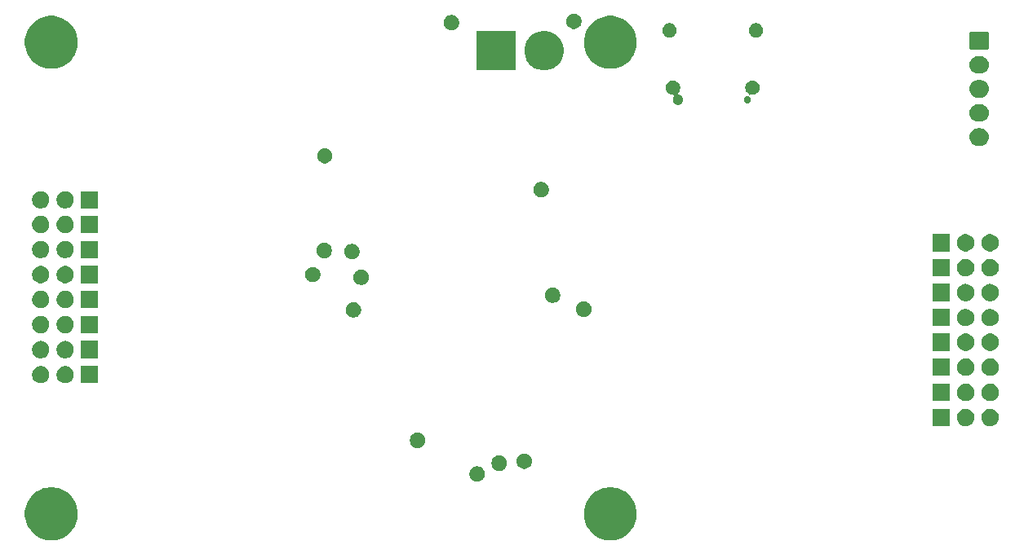
<source format=gbr>
G04 #@! TF.GenerationSoftware,KiCad,Pcbnew,5.1.5-52549c5~84~ubuntu18.04.1*
G04 #@! TF.CreationDate,2019-12-21T18:01:41-05:00*
G04 #@! TF.ProjectId,SmallKat v2,536d616c-6c4b-4617-9420-76322e6b6963,rev?*
G04 #@! TF.SameCoordinates,Original*
G04 #@! TF.FileFunction,Soldermask,Bot*
G04 #@! TF.FilePolarity,Negative*
%FSLAX46Y46*%
G04 Gerber Fmt 4.6, Leading zero omitted, Abs format (unit mm)*
G04 Created by KiCad (PCBNEW 5.1.5-52549c5~84~ubuntu18.04.1) date 2019-12-21 18:01:41*
%MOMM*%
%LPD*%
G04 APERTURE LIST*
%ADD10C,0.100000*%
G04 APERTURE END LIST*
D10*
G36*
X161096693Y-136796859D02*
G01*
X161362437Y-136849719D01*
X161863087Y-137057095D01*
X162043561Y-137177684D01*
X162313660Y-137358158D01*
X162696842Y-137741340D01*
X162877316Y-138011439D01*
X162997905Y-138191913D01*
X163131363Y-138514109D01*
X163205281Y-138692564D01*
X163311000Y-139224049D01*
X163311000Y-139765951D01*
X163275186Y-139946000D01*
X163205281Y-140297437D01*
X162997905Y-140798087D01*
X162941521Y-140882471D01*
X162696842Y-141248660D01*
X162313660Y-141631842D01*
X162050774Y-141807496D01*
X161863087Y-141932905D01*
X161362437Y-142140281D01*
X161096694Y-142193140D01*
X160830951Y-142246000D01*
X160289049Y-142246000D01*
X160023306Y-142193140D01*
X159757563Y-142140281D01*
X159256913Y-141932905D01*
X159069226Y-141807496D01*
X158806340Y-141631842D01*
X158423158Y-141248660D01*
X158178479Y-140882471D01*
X158122095Y-140798087D01*
X157914719Y-140297437D01*
X157844814Y-139946000D01*
X157809000Y-139765951D01*
X157809000Y-139224049D01*
X157914719Y-138692564D01*
X157988637Y-138514109D01*
X158122095Y-138191913D01*
X158242684Y-138011439D01*
X158423158Y-137741340D01*
X158806340Y-137358158D01*
X159076439Y-137177684D01*
X159256913Y-137057095D01*
X159757563Y-136849719D01*
X160023307Y-136796859D01*
X160289049Y-136744000D01*
X160830951Y-136744000D01*
X161096693Y-136796859D01*
G37*
G36*
X103096693Y-136796859D02*
G01*
X103362437Y-136849719D01*
X103863087Y-137057095D01*
X104043561Y-137177684D01*
X104313660Y-137358158D01*
X104696842Y-137741340D01*
X104877316Y-138011439D01*
X104997905Y-138191913D01*
X105131363Y-138514109D01*
X105205281Y-138692564D01*
X105311000Y-139224049D01*
X105311000Y-139765951D01*
X105275186Y-139946000D01*
X105205281Y-140297437D01*
X104997905Y-140798087D01*
X104941521Y-140882471D01*
X104696842Y-141248660D01*
X104313660Y-141631842D01*
X104050774Y-141807496D01*
X103863087Y-141932905D01*
X103362437Y-142140281D01*
X103096694Y-142193140D01*
X102830951Y-142246000D01*
X102289049Y-142246000D01*
X102023306Y-142193140D01*
X101757563Y-142140281D01*
X101256913Y-141932905D01*
X101069226Y-141807496D01*
X100806340Y-141631842D01*
X100423158Y-141248660D01*
X100178479Y-140882471D01*
X100122095Y-140798087D01*
X99914719Y-140297437D01*
X99844814Y-139946000D01*
X99809000Y-139765951D01*
X99809000Y-139224049D01*
X99914719Y-138692564D01*
X99988637Y-138514109D01*
X100122095Y-138191913D01*
X100242684Y-138011439D01*
X100423158Y-137741340D01*
X100806340Y-137358158D01*
X101076439Y-137177684D01*
X101256913Y-137057095D01*
X101757563Y-136849719D01*
X102023307Y-136796859D01*
X102289049Y-136744000D01*
X102830951Y-136744000D01*
X103096693Y-136796859D01*
G37*
G36*
X146958642Y-134579781D02*
G01*
X147104414Y-134640162D01*
X147104416Y-134640163D01*
X147235608Y-134727822D01*
X147347178Y-134839392D01*
X147410952Y-134934838D01*
X147434838Y-134970586D01*
X147495219Y-135116358D01*
X147526000Y-135271107D01*
X147526000Y-135428893D01*
X147495219Y-135583642D01*
X147434838Y-135729414D01*
X147434837Y-135729416D01*
X147347178Y-135860608D01*
X147235608Y-135972178D01*
X147104416Y-136059837D01*
X147104415Y-136059838D01*
X147104414Y-136059838D01*
X146958642Y-136120219D01*
X146803893Y-136151000D01*
X146646107Y-136151000D01*
X146491358Y-136120219D01*
X146345586Y-136059838D01*
X146345585Y-136059838D01*
X146345584Y-136059837D01*
X146214392Y-135972178D01*
X146102822Y-135860608D01*
X146015163Y-135729416D01*
X146015162Y-135729414D01*
X145954781Y-135583642D01*
X145924000Y-135428893D01*
X145924000Y-135271107D01*
X145954781Y-135116358D01*
X146015162Y-134970586D01*
X146039048Y-134934838D01*
X146102822Y-134839392D01*
X146214392Y-134727822D01*
X146345584Y-134640163D01*
X146345586Y-134640162D01*
X146491358Y-134579781D01*
X146646107Y-134549000D01*
X146803893Y-134549000D01*
X146958642Y-134579781D01*
G37*
G36*
X149258642Y-133454781D02*
G01*
X149402555Y-133514392D01*
X149404416Y-133515163D01*
X149535608Y-133602822D01*
X149647178Y-133714392D01*
X149734837Y-133845584D01*
X149734838Y-133845586D01*
X149795219Y-133991358D01*
X149826000Y-134146107D01*
X149826000Y-134303893D01*
X149795219Y-134458642D01*
X149757791Y-134549000D01*
X149734837Y-134604416D01*
X149647178Y-134735608D01*
X149535608Y-134847178D01*
X149404416Y-134934837D01*
X149404415Y-134934838D01*
X149404414Y-134934838D01*
X149258642Y-134995219D01*
X149103893Y-135026000D01*
X148946107Y-135026000D01*
X148791358Y-134995219D01*
X148645586Y-134934838D01*
X148645585Y-134934838D01*
X148645584Y-134934837D01*
X148514392Y-134847178D01*
X148402822Y-134735608D01*
X148315163Y-134604416D01*
X148292209Y-134549000D01*
X148254781Y-134458642D01*
X148224000Y-134303893D01*
X148224000Y-134146107D01*
X148254781Y-133991358D01*
X148315162Y-133845586D01*
X148315163Y-133845584D01*
X148402822Y-133714392D01*
X148514392Y-133602822D01*
X148645584Y-133515163D01*
X148647445Y-133514392D01*
X148791358Y-133454781D01*
X148946107Y-133424000D01*
X149103893Y-133424000D01*
X149258642Y-133454781D01*
G37*
G36*
X151858642Y-133254781D02*
G01*
X152004414Y-133315162D01*
X152004416Y-133315163D01*
X152135608Y-133402822D01*
X152247178Y-133514392D01*
X152334837Y-133645584D01*
X152334838Y-133645586D01*
X152395219Y-133791358D01*
X152426000Y-133946107D01*
X152426000Y-134103893D01*
X152395219Y-134258642D01*
X152376475Y-134303893D01*
X152334837Y-134404416D01*
X152247178Y-134535608D01*
X152135608Y-134647178D01*
X152004416Y-134734837D01*
X152004415Y-134734838D01*
X152004414Y-134734838D01*
X151858642Y-134795219D01*
X151703893Y-134826000D01*
X151546107Y-134826000D01*
X151391358Y-134795219D01*
X151245586Y-134734838D01*
X151245585Y-134734838D01*
X151245584Y-134734837D01*
X151114392Y-134647178D01*
X151002822Y-134535608D01*
X150915163Y-134404416D01*
X150873525Y-134303893D01*
X150854781Y-134258642D01*
X150824000Y-134103893D01*
X150824000Y-133946107D01*
X150854781Y-133791358D01*
X150915162Y-133645586D01*
X150915163Y-133645584D01*
X151002822Y-133514392D01*
X151114392Y-133402822D01*
X151245584Y-133315163D01*
X151245586Y-133315162D01*
X151391358Y-133254781D01*
X151546107Y-133224000D01*
X151703893Y-133224000D01*
X151858642Y-133254781D01*
G37*
G36*
X140783642Y-131079781D02*
G01*
X140929414Y-131140162D01*
X140929416Y-131140163D01*
X141060608Y-131227822D01*
X141172178Y-131339392D01*
X141259837Y-131470584D01*
X141259838Y-131470586D01*
X141320219Y-131616358D01*
X141351000Y-131771107D01*
X141351000Y-131928893D01*
X141320219Y-132083642D01*
X141259838Y-132229414D01*
X141259837Y-132229416D01*
X141172178Y-132360608D01*
X141060608Y-132472178D01*
X140929416Y-132559837D01*
X140929415Y-132559838D01*
X140929414Y-132559838D01*
X140783642Y-132620219D01*
X140628893Y-132651000D01*
X140471107Y-132651000D01*
X140316358Y-132620219D01*
X140170586Y-132559838D01*
X140170585Y-132559838D01*
X140170584Y-132559837D01*
X140039392Y-132472178D01*
X139927822Y-132360608D01*
X139840163Y-132229416D01*
X139840162Y-132229414D01*
X139779781Y-132083642D01*
X139749000Y-131928893D01*
X139749000Y-131771107D01*
X139779781Y-131616358D01*
X139840162Y-131470586D01*
X139840163Y-131470584D01*
X139927822Y-131339392D01*
X140039392Y-131227822D01*
X140170584Y-131140163D01*
X140170586Y-131140162D01*
X140316358Y-131079781D01*
X140471107Y-131049000D01*
X140628893Y-131049000D01*
X140783642Y-131079781D01*
G37*
G36*
X200068512Y-128578927D02*
G01*
X200217812Y-128608624D01*
X200381784Y-128676544D01*
X200529354Y-128775147D01*
X200654853Y-128900646D01*
X200753456Y-129048216D01*
X200821376Y-129212188D01*
X200856000Y-129386259D01*
X200856000Y-129563741D01*
X200821376Y-129737812D01*
X200753456Y-129901784D01*
X200654853Y-130049354D01*
X200529354Y-130174853D01*
X200381784Y-130273456D01*
X200217812Y-130341376D01*
X200068512Y-130371073D01*
X200043742Y-130376000D01*
X199866258Y-130376000D01*
X199841488Y-130371073D01*
X199692188Y-130341376D01*
X199528216Y-130273456D01*
X199380646Y-130174853D01*
X199255147Y-130049354D01*
X199156544Y-129901784D01*
X199088624Y-129737812D01*
X199054000Y-129563741D01*
X199054000Y-129386259D01*
X199088624Y-129212188D01*
X199156544Y-129048216D01*
X199255147Y-128900646D01*
X199380646Y-128775147D01*
X199528216Y-128676544D01*
X199692188Y-128608624D01*
X199841488Y-128578927D01*
X199866258Y-128574000D01*
X200043742Y-128574000D01*
X200068512Y-128578927D01*
G37*
G36*
X197528512Y-128578927D02*
G01*
X197677812Y-128608624D01*
X197841784Y-128676544D01*
X197989354Y-128775147D01*
X198114853Y-128900646D01*
X198213456Y-129048216D01*
X198281376Y-129212188D01*
X198316000Y-129386259D01*
X198316000Y-129563741D01*
X198281376Y-129737812D01*
X198213456Y-129901784D01*
X198114853Y-130049354D01*
X197989354Y-130174853D01*
X197841784Y-130273456D01*
X197677812Y-130341376D01*
X197528512Y-130371073D01*
X197503742Y-130376000D01*
X197326258Y-130376000D01*
X197301488Y-130371073D01*
X197152188Y-130341376D01*
X196988216Y-130273456D01*
X196840646Y-130174853D01*
X196715147Y-130049354D01*
X196616544Y-129901784D01*
X196548624Y-129737812D01*
X196514000Y-129563741D01*
X196514000Y-129386259D01*
X196548624Y-129212188D01*
X196616544Y-129048216D01*
X196715147Y-128900646D01*
X196840646Y-128775147D01*
X196988216Y-128676544D01*
X197152188Y-128608624D01*
X197301488Y-128578927D01*
X197326258Y-128574000D01*
X197503742Y-128574000D01*
X197528512Y-128578927D01*
G37*
G36*
X195776000Y-130376000D02*
G01*
X193974000Y-130376000D01*
X193974000Y-128574000D01*
X195776000Y-128574000D01*
X195776000Y-130376000D01*
G37*
G36*
X200093512Y-125978927D02*
G01*
X200242812Y-126008624D01*
X200406784Y-126076544D01*
X200554354Y-126175147D01*
X200679853Y-126300646D01*
X200778456Y-126448216D01*
X200846376Y-126612188D01*
X200881000Y-126786259D01*
X200881000Y-126963741D01*
X200846376Y-127137812D01*
X200778456Y-127301784D01*
X200679853Y-127449354D01*
X200554354Y-127574853D01*
X200406784Y-127673456D01*
X200242812Y-127741376D01*
X200093512Y-127771073D01*
X200068742Y-127776000D01*
X199891258Y-127776000D01*
X199866488Y-127771073D01*
X199717188Y-127741376D01*
X199553216Y-127673456D01*
X199405646Y-127574853D01*
X199280147Y-127449354D01*
X199181544Y-127301784D01*
X199113624Y-127137812D01*
X199079000Y-126963741D01*
X199079000Y-126786259D01*
X199113624Y-126612188D01*
X199181544Y-126448216D01*
X199280147Y-126300646D01*
X199405646Y-126175147D01*
X199553216Y-126076544D01*
X199717188Y-126008624D01*
X199866488Y-125978927D01*
X199891258Y-125974000D01*
X200068742Y-125974000D01*
X200093512Y-125978927D01*
G37*
G36*
X197553512Y-125978927D02*
G01*
X197702812Y-126008624D01*
X197866784Y-126076544D01*
X198014354Y-126175147D01*
X198139853Y-126300646D01*
X198238456Y-126448216D01*
X198306376Y-126612188D01*
X198341000Y-126786259D01*
X198341000Y-126963741D01*
X198306376Y-127137812D01*
X198238456Y-127301784D01*
X198139853Y-127449354D01*
X198014354Y-127574853D01*
X197866784Y-127673456D01*
X197702812Y-127741376D01*
X197553512Y-127771073D01*
X197528742Y-127776000D01*
X197351258Y-127776000D01*
X197326488Y-127771073D01*
X197177188Y-127741376D01*
X197013216Y-127673456D01*
X196865646Y-127574853D01*
X196740147Y-127449354D01*
X196641544Y-127301784D01*
X196573624Y-127137812D01*
X196539000Y-126963741D01*
X196539000Y-126786259D01*
X196573624Y-126612188D01*
X196641544Y-126448216D01*
X196740147Y-126300646D01*
X196865646Y-126175147D01*
X197013216Y-126076544D01*
X197177188Y-126008624D01*
X197326488Y-125978927D01*
X197351258Y-125974000D01*
X197528742Y-125974000D01*
X197553512Y-125978927D01*
G37*
G36*
X195801000Y-127776000D02*
G01*
X193999000Y-127776000D01*
X193999000Y-125974000D01*
X195801000Y-125974000D01*
X195801000Y-127776000D01*
G37*
G36*
X107426000Y-125926000D02*
G01*
X105624000Y-125926000D01*
X105624000Y-124124000D01*
X107426000Y-124124000D01*
X107426000Y-125926000D01*
G37*
G36*
X101558512Y-124128927D02*
G01*
X101707812Y-124158624D01*
X101871784Y-124226544D01*
X102019354Y-124325147D01*
X102144853Y-124450646D01*
X102243456Y-124598216D01*
X102311376Y-124762188D01*
X102346000Y-124936259D01*
X102346000Y-125113741D01*
X102311376Y-125287812D01*
X102243456Y-125451784D01*
X102144853Y-125599354D01*
X102019354Y-125724853D01*
X101871784Y-125823456D01*
X101707812Y-125891376D01*
X101558512Y-125921073D01*
X101533742Y-125926000D01*
X101356258Y-125926000D01*
X101331488Y-125921073D01*
X101182188Y-125891376D01*
X101018216Y-125823456D01*
X100870646Y-125724853D01*
X100745147Y-125599354D01*
X100646544Y-125451784D01*
X100578624Y-125287812D01*
X100544000Y-125113741D01*
X100544000Y-124936259D01*
X100578624Y-124762188D01*
X100646544Y-124598216D01*
X100745147Y-124450646D01*
X100870646Y-124325147D01*
X101018216Y-124226544D01*
X101182188Y-124158624D01*
X101331488Y-124128927D01*
X101356258Y-124124000D01*
X101533742Y-124124000D01*
X101558512Y-124128927D01*
G37*
G36*
X104098512Y-124128927D02*
G01*
X104247812Y-124158624D01*
X104411784Y-124226544D01*
X104559354Y-124325147D01*
X104684853Y-124450646D01*
X104783456Y-124598216D01*
X104851376Y-124762188D01*
X104886000Y-124936259D01*
X104886000Y-125113741D01*
X104851376Y-125287812D01*
X104783456Y-125451784D01*
X104684853Y-125599354D01*
X104559354Y-125724853D01*
X104411784Y-125823456D01*
X104247812Y-125891376D01*
X104098512Y-125921073D01*
X104073742Y-125926000D01*
X103896258Y-125926000D01*
X103871488Y-125921073D01*
X103722188Y-125891376D01*
X103558216Y-125823456D01*
X103410646Y-125724853D01*
X103285147Y-125599354D01*
X103186544Y-125451784D01*
X103118624Y-125287812D01*
X103084000Y-125113741D01*
X103084000Y-124936259D01*
X103118624Y-124762188D01*
X103186544Y-124598216D01*
X103285147Y-124450646D01*
X103410646Y-124325147D01*
X103558216Y-124226544D01*
X103722188Y-124158624D01*
X103871488Y-124128927D01*
X103896258Y-124124000D01*
X104073742Y-124124000D01*
X104098512Y-124128927D01*
G37*
G36*
X200093512Y-123353927D02*
G01*
X200242812Y-123383624D01*
X200406784Y-123451544D01*
X200554354Y-123550147D01*
X200679853Y-123675646D01*
X200778456Y-123823216D01*
X200846376Y-123987188D01*
X200881000Y-124161259D01*
X200881000Y-124338741D01*
X200846376Y-124512812D01*
X200778456Y-124676784D01*
X200679853Y-124824354D01*
X200554354Y-124949853D01*
X200406784Y-125048456D01*
X200242812Y-125116376D01*
X200093512Y-125146073D01*
X200068742Y-125151000D01*
X199891258Y-125151000D01*
X199866488Y-125146073D01*
X199717188Y-125116376D01*
X199553216Y-125048456D01*
X199405646Y-124949853D01*
X199280147Y-124824354D01*
X199181544Y-124676784D01*
X199113624Y-124512812D01*
X199079000Y-124338741D01*
X199079000Y-124161259D01*
X199113624Y-123987188D01*
X199181544Y-123823216D01*
X199280147Y-123675646D01*
X199405646Y-123550147D01*
X199553216Y-123451544D01*
X199717188Y-123383624D01*
X199866488Y-123353927D01*
X199891258Y-123349000D01*
X200068742Y-123349000D01*
X200093512Y-123353927D01*
G37*
G36*
X195801000Y-125151000D02*
G01*
X193999000Y-125151000D01*
X193999000Y-123349000D01*
X195801000Y-123349000D01*
X195801000Y-125151000D01*
G37*
G36*
X197553512Y-123353927D02*
G01*
X197702812Y-123383624D01*
X197866784Y-123451544D01*
X198014354Y-123550147D01*
X198139853Y-123675646D01*
X198238456Y-123823216D01*
X198306376Y-123987188D01*
X198341000Y-124161259D01*
X198341000Y-124338741D01*
X198306376Y-124512812D01*
X198238456Y-124676784D01*
X198139853Y-124824354D01*
X198014354Y-124949853D01*
X197866784Y-125048456D01*
X197702812Y-125116376D01*
X197553512Y-125146073D01*
X197528742Y-125151000D01*
X197351258Y-125151000D01*
X197326488Y-125146073D01*
X197177188Y-125116376D01*
X197013216Y-125048456D01*
X196865646Y-124949853D01*
X196740147Y-124824354D01*
X196641544Y-124676784D01*
X196573624Y-124512812D01*
X196539000Y-124338741D01*
X196539000Y-124161259D01*
X196573624Y-123987188D01*
X196641544Y-123823216D01*
X196740147Y-123675646D01*
X196865646Y-123550147D01*
X197013216Y-123451544D01*
X197177188Y-123383624D01*
X197326488Y-123353927D01*
X197351258Y-123349000D01*
X197528742Y-123349000D01*
X197553512Y-123353927D01*
G37*
G36*
X107426000Y-123326000D02*
G01*
X105624000Y-123326000D01*
X105624000Y-121524000D01*
X107426000Y-121524000D01*
X107426000Y-123326000D01*
G37*
G36*
X104098512Y-121528927D02*
G01*
X104247812Y-121558624D01*
X104411784Y-121626544D01*
X104559354Y-121725147D01*
X104684853Y-121850646D01*
X104783456Y-121998216D01*
X104851376Y-122162188D01*
X104886000Y-122336259D01*
X104886000Y-122513741D01*
X104851376Y-122687812D01*
X104783456Y-122851784D01*
X104684853Y-122999354D01*
X104559354Y-123124853D01*
X104411784Y-123223456D01*
X104247812Y-123291376D01*
X104098512Y-123321073D01*
X104073742Y-123326000D01*
X103896258Y-123326000D01*
X103871488Y-123321073D01*
X103722188Y-123291376D01*
X103558216Y-123223456D01*
X103410646Y-123124853D01*
X103285147Y-122999354D01*
X103186544Y-122851784D01*
X103118624Y-122687812D01*
X103084000Y-122513741D01*
X103084000Y-122336259D01*
X103118624Y-122162188D01*
X103186544Y-121998216D01*
X103285147Y-121850646D01*
X103410646Y-121725147D01*
X103558216Y-121626544D01*
X103722188Y-121558624D01*
X103871488Y-121528927D01*
X103896258Y-121524000D01*
X104073742Y-121524000D01*
X104098512Y-121528927D01*
G37*
G36*
X101558512Y-121528927D02*
G01*
X101707812Y-121558624D01*
X101871784Y-121626544D01*
X102019354Y-121725147D01*
X102144853Y-121850646D01*
X102243456Y-121998216D01*
X102311376Y-122162188D01*
X102346000Y-122336259D01*
X102346000Y-122513741D01*
X102311376Y-122687812D01*
X102243456Y-122851784D01*
X102144853Y-122999354D01*
X102019354Y-123124853D01*
X101871784Y-123223456D01*
X101707812Y-123291376D01*
X101558512Y-123321073D01*
X101533742Y-123326000D01*
X101356258Y-123326000D01*
X101331488Y-123321073D01*
X101182188Y-123291376D01*
X101018216Y-123223456D01*
X100870646Y-123124853D01*
X100745147Y-122999354D01*
X100646544Y-122851784D01*
X100578624Y-122687812D01*
X100544000Y-122513741D01*
X100544000Y-122336259D01*
X100578624Y-122162188D01*
X100646544Y-121998216D01*
X100745147Y-121850646D01*
X100870646Y-121725147D01*
X101018216Y-121626544D01*
X101182188Y-121558624D01*
X101331488Y-121528927D01*
X101356258Y-121524000D01*
X101533742Y-121524000D01*
X101558512Y-121528927D01*
G37*
G36*
X197548512Y-120753927D02*
G01*
X197697812Y-120783624D01*
X197861784Y-120851544D01*
X198009354Y-120950147D01*
X198134853Y-121075646D01*
X198233456Y-121223216D01*
X198301376Y-121387188D01*
X198336000Y-121561259D01*
X198336000Y-121738741D01*
X198301376Y-121912812D01*
X198233456Y-122076784D01*
X198134853Y-122224354D01*
X198009354Y-122349853D01*
X197861784Y-122448456D01*
X197697812Y-122516376D01*
X197548512Y-122546073D01*
X197523742Y-122551000D01*
X197346258Y-122551000D01*
X197321488Y-122546073D01*
X197172188Y-122516376D01*
X197008216Y-122448456D01*
X196860646Y-122349853D01*
X196735147Y-122224354D01*
X196636544Y-122076784D01*
X196568624Y-121912812D01*
X196534000Y-121738741D01*
X196534000Y-121561259D01*
X196568624Y-121387188D01*
X196636544Y-121223216D01*
X196735147Y-121075646D01*
X196860646Y-120950147D01*
X197008216Y-120851544D01*
X197172188Y-120783624D01*
X197321488Y-120753927D01*
X197346258Y-120749000D01*
X197523742Y-120749000D01*
X197548512Y-120753927D01*
G37*
G36*
X200088512Y-120753927D02*
G01*
X200237812Y-120783624D01*
X200401784Y-120851544D01*
X200549354Y-120950147D01*
X200674853Y-121075646D01*
X200773456Y-121223216D01*
X200841376Y-121387188D01*
X200876000Y-121561259D01*
X200876000Y-121738741D01*
X200841376Y-121912812D01*
X200773456Y-122076784D01*
X200674853Y-122224354D01*
X200549354Y-122349853D01*
X200401784Y-122448456D01*
X200237812Y-122516376D01*
X200088512Y-122546073D01*
X200063742Y-122551000D01*
X199886258Y-122551000D01*
X199861488Y-122546073D01*
X199712188Y-122516376D01*
X199548216Y-122448456D01*
X199400646Y-122349853D01*
X199275147Y-122224354D01*
X199176544Y-122076784D01*
X199108624Y-121912812D01*
X199074000Y-121738741D01*
X199074000Y-121561259D01*
X199108624Y-121387188D01*
X199176544Y-121223216D01*
X199275147Y-121075646D01*
X199400646Y-120950147D01*
X199548216Y-120851544D01*
X199712188Y-120783624D01*
X199861488Y-120753927D01*
X199886258Y-120749000D01*
X200063742Y-120749000D01*
X200088512Y-120753927D01*
G37*
G36*
X195796000Y-122551000D02*
G01*
X193994000Y-122551000D01*
X193994000Y-120749000D01*
X195796000Y-120749000D01*
X195796000Y-122551000D01*
G37*
G36*
X107426000Y-120726000D02*
G01*
X105624000Y-120726000D01*
X105624000Y-118924000D01*
X107426000Y-118924000D01*
X107426000Y-120726000D01*
G37*
G36*
X104098512Y-118928927D02*
G01*
X104247812Y-118958624D01*
X104411784Y-119026544D01*
X104559354Y-119125147D01*
X104684853Y-119250646D01*
X104783456Y-119398216D01*
X104851376Y-119562188D01*
X104886000Y-119736259D01*
X104886000Y-119913741D01*
X104851376Y-120087812D01*
X104783456Y-120251784D01*
X104684853Y-120399354D01*
X104559354Y-120524853D01*
X104411784Y-120623456D01*
X104247812Y-120691376D01*
X104098512Y-120721073D01*
X104073742Y-120726000D01*
X103896258Y-120726000D01*
X103871488Y-120721073D01*
X103722188Y-120691376D01*
X103558216Y-120623456D01*
X103410646Y-120524853D01*
X103285147Y-120399354D01*
X103186544Y-120251784D01*
X103118624Y-120087812D01*
X103084000Y-119913741D01*
X103084000Y-119736259D01*
X103118624Y-119562188D01*
X103186544Y-119398216D01*
X103285147Y-119250646D01*
X103410646Y-119125147D01*
X103558216Y-119026544D01*
X103722188Y-118958624D01*
X103871488Y-118928927D01*
X103896258Y-118924000D01*
X104073742Y-118924000D01*
X104098512Y-118928927D01*
G37*
G36*
X101558512Y-118928927D02*
G01*
X101707812Y-118958624D01*
X101871784Y-119026544D01*
X102019354Y-119125147D01*
X102144853Y-119250646D01*
X102243456Y-119398216D01*
X102311376Y-119562188D01*
X102346000Y-119736259D01*
X102346000Y-119913741D01*
X102311376Y-120087812D01*
X102243456Y-120251784D01*
X102144853Y-120399354D01*
X102019354Y-120524853D01*
X101871784Y-120623456D01*
X101707812Y-120691376D01*
X101558512Y-120721073D01*
X101533742Y-120726000D01*
X101356258Y-120726000D01*
X101331488Y-120721073D01*
X101182188Y-120691376D01*
X101018216Y-120623456D01*
X100870646Y-120524853D01*
X100745147Y-120399354D01*
X100646544Y-120251784D01*
X100578624Y-120087812D01*
X100544000Y-119913741D01*
X100544000Y-119736259D01*
X100578624Y-119562188D01*
X100646544Y-119398216D01*
X100745147Y-119250646D01*
X100870646Y-119125147D01*
X101018216Y-119026544D01*
X101182188Y-118958624D01*
X101331488Y-118928927D01*
X101356258Y-118924000D01*
X101533742Y-118924000D01*
X101558512Y-118928927D01*
G37*
G36*
X195776000Y-120001000D02*
G01*
X193974000Y-120001000D01*
X193974000Y-118199000D01*
X195776000Y-118199000D01*
X195776000Y-120001000D01*
G37*
G36*
X197528512Y-118203927D02*
G01*
X197677812Y-118233624D01*
X197841784Y-118301544D01*
X197989354Y-118400147D01*
X198114853Y-118525646D01*
X198213456Y-118673216D01*
X198281376Y-118837188D01*
X198311073Y-118986488D01*
X198315718Y-119009838D01*
X198316000Y-119011259D01*
X198316000Y-119188741D01*
X198281376Y-119362812D01*
X198213456Y-119526784D01*
X198114853Y-119674354D01*
X197989354Y-119799853D01*
X197841784Y-119898456D01*
X197677812Y-119966376D01*
X197528512Y-119996073D01*
X197503742Y-120001000D01*
X197326258Y-120001000D01*
X197301488Y-119996073D01*
X197152188Y-119966376D01*
X196988216Y-119898456D01*
X196840646Y-119799853D01*
X196715147Y-119674354D01*
X196616544Y-119526784D01*
X196548624Y-119362812D01*
X196514000Y-119188741D01*
X196514000Y-119011259D01*
X196514283Y-119009838D01*
X196518927Y-118986488D01*
X196548624Y-118837188D01*
X196616544Y-118673216D01*
X196715147Y-118525646D01*
X196840646Y-118400147D01*
X196988216Y-118301544D01*
X197152188Y-118233624D01*
X197301488Y-118203927D01*
X197326258Y-118199000D01*
X197503742Y-118199000D01*
X197528512Y-118203927D01*
G37*
G36*
X200068512Y-118203927D02*
G01*
X200217812Y-118233624D01*
X200381784Y-118301544D01*
X200529354Y-118400147D01*
X200654853Y-118525646D01*
X200753456Y-118673216D01*
X200821376Y-118837188D01*
X200851073Y-118986488D01*
X200855718Y-119009838D01*
X200856000Y-119011259D01*
X200856000Y-119188741D01*
X200821376Y-119362812D01*
X200753456Y-119526784D01*
X200654853Y-119674354D01*
X200529354Y-119799853D01*
X200381784Y-119898456D01*
X200217812Y-119966376D01*
X200068512Y-119996073D01*
X200043742Y-120001000D01*
X199866258Y-120001000D01*
X199841488Y-119996073D01*
X199692188Y-119966376D01*
X199528216Y-119898456D01*
X199380646Y-119799853D01*
X199255147Y-119674354D01*
X199156544Y-119526784D01*
X199088624Y-119362812D01*
X199054000Y-119188741D01*
X199054000Y-119011259D01*
X199054283Y-119009838D01*
X199058927Y-118986488D01*
X199088624Y-118837188D01*
X199156544Y-118673216D01*
X199255147Y-118525646D01*
X199380646Y-118400147D01*
X199528216Y-118301544D01*
X199692188Y-118233624D01*
X199841488Y-118203927D01*
X199866258Y-118199000D01*
X200043742Y-118199000D01*
X200068512Y-118203927D01*
G37*
G36*
X134133642Y-117529781D02*
G01*
X134279414Y-117590162D01*
X134279416Y-117590163D01*
X134410608Y-117677822D01*
X134522178Y-117789392D01*
X134559725Y-117845586D01*
X134609838Y-117920586D01*
X134670219Y-118066358D01*
X134701000Y-118221107D01*
X134701000Y-118378893D01*
X134670219Y-118533642D01*
X134640904Y-118604414D01*
X134609837Y-118679416D01*
X134522178Y-118810608D01*
X134410608Y-118922178D01*
X134279416Y-119009837D01*
X134279415Y-119009838D01*
X134279414Y-119009838D01*
X134133642Y-119070219D01*
X133978893Y-119101000D01*
X133821107Y-119101000D01*
X133666358Y-119070219D01*
X133520586Y-119009838D01*
X133520585Y-119009838D01*
X133520584Y-119009837D01*
X133389392Y-118922178D01*
X133277822Y-118810608D01*
X133190163Y-118679416D01*
X133159096Y-118604414D01*
X133129781Y-118533642D01*
X133099000Y-118378893D01*
X133099000Y-118221107D01*
X133129781Y-118066358D01*
X133190162Y-117920586D01*
X133240275Y-117845586D01*
X133277822Y-117789392D01*
X133389392Y-117677822D01*
X133520584Y-117590163D01*
X133520586Y-117590162D01*
X133666358Y-117529781D01*
X133821107Y-117499000D01*
X133978893Y-117499000D01*
X134133642Y-117529781D01*
G37*
G36*
X158033642Y-117454781D02*
G01*
X158179414Y-117515162D01*
X158179416Y-117515163D01*
X158310608Y-117602822D01*
X158422178Y-117714392D01*
X158478947Y-117799354D01*
X158509838Y-117845586D01*
X158570219Y-117991358D01*
X158601000Y-118146107D01*
X158601000Y-118303893D01*
X158570219Y-118458642D01*
X158539152Y-118533643D01*
X158509837Y-118604416D01*
X158422178Y-118735608D01*
X158310608Y-118847178D01*
X158179416Y-118934837D01*
X158179415Y-118934838D01*
X158179414Y-118934838D01*
X158033642Y-118995219D01*
X157878893Y-119026000D01*
X157721107Y-119026000D01*
X157566358Y-118995219D01*
X157420586Y-118934838D01*
X157420585Y-118934838D01*
X157420584Y-118934837D01*
X157289392Y-118847178D01*
X157177822Y-118735608D01*
X157090163Y-118604416D01*
X157060848Y-118533643D01*
X157029781Y-118458642D01*
X156999000Y-118303893D01*
X156999000Y-118146107D01*
X157029781Y-117991358D01*
X157090162Y-117845586D01*
X157121053Y-117799354D01*
X157177822Y-117714392D01*
X157289392Y-117602822D01*
X157420584Y-117515163D01*
X157420586Y-117515162D01*
X157566358Y-117454781D01*
X157721107Y-117424000D01*
X157878893Y-117424000D01*
X158033642Y-117454781D01*
G37*
G36*
X104098512Y-116328927D02*
G01*
X104247812Y-116358624D01*
X104411784Y-116426544D01*
X104559354Y-116525147D01*
X104684853Y-116650646D01*
X104783456Y-116798216D01*
X104851376Y-116962188D01*
X104886000Y-117136259D01*
X104886000Y-117313741D01*
X104851376Y-117487812D01*
X104783456Y-117651784D01*
X104684853Y-117799354D01*
X104559354Y-117924853D01*
X104411784Y-118023456D01*
X104247812Y-118091376D01*
X104098512Y-118121073D01*
X104073742Y-118126000D01*
X103896258Y-118126000D01*
X103871488Y-118121073D01*
X103722188Y-118091376D01*
X103558216Y-118023456D01*
X103410646Y-117924853D01*
X103285147Y-117799354D01*
X103186544Y-117651784D01*
X103118624Y-117487812D01*
X103084000Y-117313741D01*
X103084000Y-117136259D01*
X103118624Y-116962188D01*
X103186544Y-116798216D01*
X103285147Y-116650646D01*
X103410646Y-116525147D01*
X103558216Y-116426544D01*
X103722188Y-116358624D01*
X103871488Y-116328927D01*
X103896258Y-116324000D01*
X104073742Y-116324000D01*
X104098512Y-116328927D01*
G37*
G36*
X101558512Y-116328927D02*
G01*
X101707812Y-116358624D01*
X101871784Y-116426544D01*
X102019354Y-116525147D01*
X102144853Y-116650646D01*
X102243456Y-116798216D01*
X102311376Y-116962188D01*
X102346000Y-117136259D01*
X102346000Y-117313741D01*
X102311376Y-117487812D01*
X102243456Y-117651784D01*
X102144853Y-117799354D01*
X102019354Y-117924853D01*
X101871784Y-118023456D01*
X101707812Y-118091376D01*
X101558512Y-118121073D01*
X101533742Y-118126000D01*
X101356258Y-118126000D01*
X101331488Y-118121073D01*
X101182188Y-118091376D01*
X101018216Y-118023456D01*
X100870646Y-117924853D01*
X100745147Y-117799354D01*
X100646544Y-117651784D01*
X100578624Y-117487812D01*
X100544000Y-117313741D01*
X100544000Y-117136259D01*
X100578624Y-116962188D01*
X100646544Y-116798216D01*
X100745147Y-116650646D01*
X100870646Y-116525147D01*
X101018216Y-116426544D01*
X101182188Y-116358624D01*
X101331488Y-116328927D01*
X101356258Y-116324000D01*
X101533742Y-116324000D01*
X101558512Y-116328927D01*
G37*
G36*
X107426000Y-118126000D02*
G01*
X105624000Y-118126000D01*
X105624000Y-116324000D01*
X107426000Y-116324000D01*
X107426000Y-118126000D01*
G37*
G36*
X154808642Y-116004781D02*
G01*
X154954414Y-116065162D01*
X154954416Y-116065163D01*
X155085608Y-116152822D01*
X155197178Y-116264392D01*
X155237006Y-116324000D01*
X155284838Y-116395586D01*
X155345219Y-116541358D01*
X155376000Y-116696107D01*
X155376000Y-116853893D01*
X155345219Y-117008642D01*
X155318000Y-117074353D01*
X155284837Y-117154416D01*
X155197178Y-117285608D01*
X155085608Y-117397178D01*
X154954416Y-117484837D01*
X154954415Y-117484838D01*
X154954414Y-117484838D01*
X154808642Y-117545219D01*
X154653893Y-117576000D01*
X154496107Y-117576000D01*
X154341358Y-117545219D01*
X154195586Y-117484838D01*
X154195585Y-117484838D01*
X154195584Y-117484837D01*
X154064392Y-117397178D01*
X153952822Y-117285608D01*
X153865163Y-117154416D01*
X153832000Y-117074353D01*
X153804781Y-117008642D01*
X153774000Y-116853893D01*
X153774000Y-116696107D01*
X153804781Y-116541358D01*
X153865162Y-116395586D01*
X153912994Y-116324000D01*
X153952822Y-116264392D01*
X154064392Y-116152822D01*
X154195584Y-116065163D01*
X154195586Y-116065162D01*
X154341358Y-116004781D01*
X154496107Y-115974000D01*
X154653893Y-115974000D01*
X154808642Y-116004781D01*
G37*
G36*
X200068512Y-115603927D02*
G01*
X200217812Y-115633624D01*
X200381784Y-115701544D01*
X200529354Y-115800147D01*
X200654853Y-115925646D01*
X200753456Y-116073216D01*
X200821376Y-116237188D01*
X200856000Y-116411259D01*
X200856000Y-116588741D01*
X200821376Y-116762812D01*
X200753456Y-116926784D01*
X200654853Y-117074354D01*
X200529354Y-117199853D01*
X200381784Y-117298456D01*
X200217812Y-117366376D01*
X200068512Y-117396073D01*
X200043742Y-117401000D01*
X199866258Y-117401000D01*
X199841488Y-117396073D01*
X199692188Y-117366376D01*
X199528216Y-117298456D01*
X199380646Y-117199853D01*
X199255147Y-117074354D01*
X199156544Y-116926784D01*
X199088624Y-116762812D01*
X199054000Y-116588741D01*
X199054000Y-116411259D01*
X199088624Y-116237188D01*
X199156544Y-116073216D01*
X199255147Y-115925646D01*
X199380646Y-115800147D01*
X199528216Y-115701544D01*
X199692188Y-115633624D01*
X199841488Y-115603927D01*
X199866258Y-115599000D01*
X200043742Y-115599000D01*
X200068512Y-115603927D01*
G37*
G36*
X197528512Y-115603927D02*
G01*
X197677812Y-115633624D01*
X197841784Y-115701544D01*
X197989354Y-115800147D01*
X198114853Y-115925646D01*
X198213456Y-116073216D01*
X198281376Y-116237188D01*
X198316000Y-116411259D01*
X198316000Y-116588741D01*
X198281376Y-116762812D01*
X198213456Y-116926784D01*
X198114853Y-117074354D01*
X197989354Y-117199853D01*
X197841784Y-117298456D01*
X197677812Y-117366376D01*
X197528512Y-117396073D01*
X197503742Y-117401000D01*
X197326258Y-117401000D01*
X197301488Y-117396073D01*
X197152188Y-117366376D01*
X196988216Y-117298456D01*
X196840646Y-117199853D01*
X196715147Y-117074354D01*
X196616544Y-116926784D01*
X196548624Y-116762812D01*
X196514000Y-116588741D01*
X196514000Y-116411259D01*
X196548624Y-116237188D01*
X196616544Y-116073216D01*
X196715147Y-115925646D01*
X196840646Y-115800147D01*
X196988216Y-115701544D01*
X197152188Y-115633624D01*
X197301488Y-115603927D01*
X197326258Y-115599000D01*
X197503742Y-115599000D01*
X197528512Y-115603927D01*
G37*
G36*
X195776000Y-117401000D02*
G01*
X193974000Y-117401000D01*
X193974000Y-115599000D01*
X195776000Y-115599000D01*
X195776000Y-117401000D01*
G37*
G36*
X134933642Y-114129781D02*
G01*
X135079414Y-114190162D01*
X135079416Y-114190163D01*
X135210608Y-114277822D01*
X135322178Y-114389392D01*
X135378947Y-114474354D01*
X135409838Y-114520586D01*
X135470219Y-114666358D01*
X135501000Y-114821107D01*
X135501000Y-114978893D01*
X135470219Y-115133642D01*
X135409838Y-115279414D01*
X135409837Y-115279416D01*
X135322178Y-115410608D01*
X135210608Y-115522178D01*
X135079416Y-115609837D01*
X135079415Y-115609838D01*
X135079414Y-115609838D01*
X134933642Y-115670219D01*
X134778893Y-115701000D01*
X134621107Y-115701000D01*
X134466358Y-115670219D01*
X134320586Y-115609838D01*
X134320585Y-115609838D01*
X134320584Y-115609837D01*
X134189392Y-115522178D01*
X134077822Y-115410608D01*
X133990163Y-115279416D01*
X133990162Y-115279414D01*
X133929781Y-115133642D01*
X133899000Y-114978893D01*
X133899000Y-114821107D01*
X133929781Y-114666358D01*
X133990162Y-114520586D01*
X134021053Y-114474354D01*
X134077822Y-114389392D01*
X134189392Y-114277822D01*
X134320584Y-114190163D01*
X134320586Y-114190162D01*
X134466358Y-114129781D01*
X134621107Y-114099000D01*
X134778893Y-114099000D01*
X134933642Y-114129781D01*
G37*
G36*
X101558512Y-113728927D02*
G01*
X101707812Y-113758624D01*
X101871784Y-113826544D01*
X102019354Y-113925147D01*
X102144853Y-114050646D01*
X102243456Y-114198216D01*
X102311376Y-114362188D01*
X102346000Y-114536259D01*
X102346000Y-114713741D01*
X102311376Y-114887812D01*
X102243456Y-115051784D01*
X102144853Y-115199354D01*
X102019354Y-115324853D01*
X101871784Y-115423456D01*
X101707812Y-115491376D01*
X101558512Y-115521073D01*
X101533742Y-115526000D01*
X101356258Y-115526000D01*
X101331488Y-115521073D01*
X101182188Y-115491376D01*
X101018216Y-115423456D01*
X100870646Y-115324853D01*
X100745147Y-115199354D01*
X100646544Y-115051784D01*
X100578624Y-114887812D01*
X100544000Y-114713741D01*
X100544000Y-114536259D01*
X100578624Y-114362188D01*
X100646544Y-114198216D01*
X100745147Y-114050646D01*
X100870646Y-113925147D01*
X101018216Y-113826544D01*
X101182188Y-113758624D01*
X101331488Y-113728927D01*
X101356258Y-113724000D01*
X101533742Y-113724000D01*
X101558512Y-113728927D01*
G37*
G36*
X107426000Y-115526000D02*
G01*
X105624000Y-115526000D01*
X105624000Y-113724000D01*
X107426000Y-113724000D01*
X107426000Y-115526000D01*
G37*
G36*
X104098512Y-113728927D02*
G01*
X104247812Y-113758624D01*
X104411784Y-113826544D01*
X104559354Y-113925147D01*
X104684853Y-114050646D01*
X104783456Y-114198216D01*
X104851376Y-114362188D01*
X104886000Y-114536259D01*
X104886000Y-114713741D01*
X104851376Y-114887812D01*
X104783456Y-115051784D01*
X104684853Y-115199354D01*
X104559354Y-115324853D01*
X104411784Y-115423456D01*
X104247812Y-115491376D01*
X104098512Y-115521073D01*
X104073742Y-115526000D01*
X103896258Y-115526000D01*
X103871488Y-115521073D01*
X103722188Y-115491376D01*
X103558216Y-115423456D01*
X103410646Y-115324853D01*
X103285147Y-115199354D01*
X103186544Y-115051784D01*
X103118624Y-114887812D01*
X103084000Y-114713741D01*
X103084000Y-114536259D01*
X103118624Y-114362188D01*
X103186544Y-114198216D01*
X103285147Y-114050646D01*
X103410646Y-113925147D01*
X103558216Y-113826544D01*
X103722188Y-113758624D01*
X103871488Y-113728927D01*
X103896258Y-113724000D01*
X104073742Y-113724000D01*
X104098512Y-113728927D01*
G37*
G36*
X129908642Y-113854781D02*
G01*
X130054414Y-113915162D01*
X130054416Y-113915163D01*
X130185608Y-114002822D01*
X130297178Y-114114392D01*
X130347805Y-114190162D01*
X130384838Y-114245586D01*
X130445219Y-114391358D01*
X130476000Y-114546107D01*
X130476000Y-114703893D01*
X130445219Y-114858642D01*
X130395409Y-114978893D01*
X130384837Y-115004416D01*
X130297178Y-115135608D01*
X130185608Y-115247178D01*
X130054416Y-115334837D01*
X130054415Y-115334838D01*
X130054414Y-115334838D01*
X129908642Y-115395219D01*
X129753893Y-115426000D01*
X129596107Y-115426000D01*
X129441358Y-115395219D01*
X129295586Y-115334838D01*
X129295585Y-115334838D01*
X129295584Y-115334837D01*
X129164392Y-115247178D01*
X129052822Y-115135608D01*
X128965163Y-115004416D01*
X128954591Y-114978893D01*
X128904781Y-114858642D01*
X128874000Y-114703893D01*
X128874000Y-114546107D01*
X128904781Y-114391358D01*
X128965162Y-114245586D01*
X129002195Y-114190162D01*
X129052822Y-114114392D01*
X129164392Y-114002822D01*
X129295584Y-113915163D01*
X129295586Y-113915162D01*
X129441358Y-113854781D01*
X129596107Y-113824000D01*
X129753893Y-113824000D01*
X129908642Y-113854781D01*
G37*
G36*
X197528512Y-113003927D02*
G01*
X197677812Y-113033624D01*
X197841784Y-113101544D01*
X197989354Y-113200147D01*
X198114853Y-113325646D01*
X198213456Y-113473216D01*
X198281376Y-113637188D01*
X198316000Y-113811259D01*
X198316000Y-113988741D01*
X198281376Y-114162812D01*
X198213456Y-114326784D01*
X198114853Y-114474354D01*
X197989354Y-114599853D01*
X197841784Y-114698456D01*
X197677812Y-114766376D01*
X197528512Y-114796073D01*
X197503742Y-114801000D01*
X197326258Y-114801000D01*
X197301488Y-114796073D01*
X197152188Y-114766376D01*
X196988216Y-114698456D01*
X196840646Y-114599853D01*
X196715147Y-114474354D01*
X196616544Y-114326784D01*
X196548624Y-114162812D01*
X196514000Y-113988741D01*
X196514000Y-113811259D01*
X196548624Y-113637188D01*
X196616544Y-113473216D01*
X196715147Y-113325646D01*
X196840646Y-113200147D01*
X196988216Y-113101544D01*
X197152188Y-113033624D01*
X197301488Y-113003927D01*
X197326258Y-112999000D01*
X197503742Y-112999000D01*
X197528512Y-113003927D01*
G37*
G36*
X195776000Y-114801000D02*
G01*
X193974000Y-114801000D01*
X193974000Y-112999000D01*
X195776000Y-112999000D01*
X195776000Y-114801000D01*
G37*
G36*
X200068512Y-113003927D02*
G01*
X200217812Y-113033624D01*
X200381784Y-113101544D01*
X200529354Y-113200147D01*
X200654853Y-113325646D01*
X200753456Y-113473216D01*
X200821376Y-113637188D01*
X200856000Y-113811259D01*
X200856000Y-113988741D01*
X200821376Y-114162812D01*
X200753456Y-114326784D01*
X200654853Y-114474354D01*
X200529354Y-114599853D01*
X200381784Y-114698456D01*
X200217812Y-114766376D01*
X200068512Y-114796073D01*
X200043742Y-114801000D01*
X199866258Y-114801000D01*
X199841488Y-114796073D01*
X199692188Y-114766376D01*
X199528216Y-114698456D01*
X199380646Y-114599853D01*
X199255147Y-114474354D01*
X199156544Y-114326784D01*
X199088624Y-114162812D01*
X199054000Y-113988741D01*
X199054000Y-113811259D01*
X199088624Y-113637188D01*
X199156544Y-113473216D01*
X199255147Y-113325646D01*
X199380646Y-113200147D01*
X199528216Y-113101544D01*
X199692188Y-113033624D01*
X199841488Y-113003927D01*
X199866258Y-112999000D01*
X200043742Y-112999000D01*
X200068512Y-113003927D01*
G37*
G36*
X133983642Y-111454781D02*
G01*
X134129414Y-111515162D01*
X134129416Y-111515163D01*
X134260608Y-111602822D01*
X134372178Y-111714392D01*
X134459837Y-111845584D01*
X134459838Y-111845586D01*
X134520219Y-111991358D01*
X134551000Y-112146107D01*
X134551000Y-112303893D01*
X134520219Y-112458642D01*
X134461934Y-112599353D01*
X134459837Y-112604416D01*
X134372178Y-112735608D01*
X134260608Y-112847178D01*
X134129416Y-112934837D01*
X134129415Y-112934838D01*
X134129414Y-112934838D01*
X133983642Y-112995219D01*
X133828893Y-113026000D01*
X133671107Y-113026000D01*
X133516358Y-112995219D01*
X133370586Y-112934838D01*
X133370585Y-112934838D01*
X133370584Y-112934837D01*
X133239392Y-112847178D01*
X133127822Y-112735608D01*
X133040163Y-112604416D01*
X133038066Y-112599353D01*
X132979781Y-112458642D01*
X132949000Y-112303893D01*
X132949000Y-112146107D01*
X132979781Y-111991358D01*
X133040162Y-111845586D01*
X133040163Y-111845584D01*
X133127822Y-111714392D01*
X133239392Y-111602822D01*
X133370584Y-111515163D01*
X133370586Y-111515162D01*
X133516358Y-111454781D01*
X133671107Y-111424000D01*
X133828893Y-111424000D01*
X133983642Y-111454781D01*
G37*
G36*
X131108642Y-111354781D02*
G01*
X131254414Y-111415162D01*
X131254416Y-111415163D01*
X131385608Y-111502822D01*
X131497178Y-111614392D01*
X131563995Y-111714392D01*
X131584838Y-111745586D01*
X131645219Y-111891358D01*
X131676000Y-112046107D01*
X131676000Y-112203893D01*
X131645219Y-112358642D01*
X131606639Y-112451782D01*
X131584837Y-112504416D01*
X131497178Y-112635608D01*
X131385608Y-112747178D01*
X131254416Y-112834837D01*
X131254415Y-112834838D01*
X131254414Y-112834838D01*
X131108642Y-112895219D01*
X130953893Y-112926000D01*
X130796107Y-112926000D01*
X130641358Y-112895219D01*
X130495586Y-112834838D01*
X130495585Y-112834838D01*
X130495584Y-112834837D01*
X130364392Y-112747178D01*
X130252822Y-112635608D01*
X130165163Y-112504416D01*
X130143361Y-112451782D01*
X130104781Y-112358642D01*
X130074000Y-112203893D01*
X130074000Y-112046107D01*
X130104781Y-111891358D01*
X130165162Y-111745586D01*
X130186005Y-111714392D01*
X130252822Y-111614392D01*
X130364392Y-111502822D01*
X130495584Y-111415163D01*
X130495586Y-111415162D01*
X130641358Y-111354781D01*
X130796107Y-111324000D01*
X130953893Y-111324000D01*
X131108642Y-111354781D01*
G37*
G36*
X107426000Y-112926000D02*
G01*
X105624000Y-112926000D01*
X105624000Y-111124000D01*
X107426000Y-111124000D01*
X107426000Y-112926000D01*
G37*
G36*
X104098512Y-111128927D02*
G01*
X104247812Y-111158624D01*
X104411784Y-111226544D01*
X104559354Y-111325147D01*
X104684853Y-111450646D01*
X104783456Y-111598216D01*
X104851376Y-111762188D01*
X104886000Y-111936259D01*
X104886000Y-112113741D01*
X104851376Y-112287812D01*
X104783456Y-112451784D01*
X104684853Y-112599354D01*
X104559354Y-112724853D01*
X104411784Y-112823456D01*
X104247812Y-112891376D01*
X104098512Y-112921073D01*
X104073742Y-112926000D01*
X103896258Y-112926000D01*
X103871488Y-112921073D01*
X103722188Y-112891376D01*
X103558216Y-112823456D01*
X103410646Y-112724853D01*
X103285147Y-112599354D01*
X103186544Y-112451784D01*
X103118624Y-112287812D01*
X103084000Y-112113741D01*
X103084000Y-111936259D01*
X103118624Y-111762188D01*
X103186544Y-111598216D01*
X103285147Y-111450646D01*
X103410646Y-111325147D01*
X103558216Y-111226544D01*
X103722188Y-111158624D01*
X103871488Y-111128927D01*
X103896258Y-111124000D01*
X104073742Y-111124000D01*
X104098512Y-111128927D01*
G37*
G36*
X101558512Y-111128927D02*
G01*
X101707812Y-111158624D01*
X101871784Y-111226544D01*
X102019354Y-111325147D01*
X102144853Y-111450646D01*
X102243456Y-111598216D01*
X102311376Y-111762188D01*
X102346000Y-111936259D01*
X102346000Y-112113741D01*
X102311376Y-112287812D01*
X102243456Y-112451784D01*
X102144853Y-112599354D01*
X102019354Y-112724853D01*
X101871784Y-112823456D01*
X101707812Y-112891376D01*
X101558512Y-112921073D01*
X101533742Y-112926000D01*
X101356258Y-112926000D01*
X101331488Y-112921073D01*
X101182188Y-112891376D01*
X101018216Y-112823456D01*
X100870646Y-112724853D01*
X100745147Y-112599354D01*
X100646544Y-112451784D01*
X100578624Y-112287812D01*
X100544000Y-112113741D01*
X100544000Y-111936259D01*
X100578624Y-111762188D01*
X100646544Y-111598216D01*
X100745147Y-111450646D01*
X100870646Y-111325147D01*
X101018216Y-111226544D01*
X101182188Y-111158624D01*
X101331488Y-111128927D01*
X101356258Y-111124000D01*
X101533742Y-111124000D01*
X101558512Y-111128927D01*
G37*
G36*
X195776000Y-112226000D02*
G01*
X193974000Y-112226000D01*
X193974000Y-110424000D01*
X195776000Y-110424000D01*
X195776000Y-112226000D01*
G37*
G36*
X197528512Y-110428927D02*
G01*
X197677812Y-110458624D01*
X197841784Y-110526544D01*
X197989354Y-110625147D01*
X198114853Y-110750646D01*
X198213456Y-110898216D01*
X198281376Y-111062188D01*
X198300558Y-111158625D01*
X198316000Y-111236258D01*
X198316000Y-111413742D01*
X198311073Y-111438512D01*
X198281376Y-111587812D01*
X198213456Y-111751784D01*
X198114853Y-111899354D01*
X197989354Y-112024853D01*
X197841784Y-112123456D01*
X197677812Y-112191376D01*
X197528512Y-112221073D01*
X197503742Y-112226000D01*
X197326258Y-112226000D01*
X197301488Y-112221073D01*
X197152188Y-112191376D01*
X196988216Y-112123456D01*
X196840646Y-112024853D01*
X196715147Y-111899354D01*
X196616544Y-111751784D01*
X196548624Y-111587812D01*
X196518927Y-111438512D01*
X196514000Y-111413742D01*
X196514000Y-111236258D01*
X196529442Y-111158625D01*
X196548624Y-111062188D01*
X196616544Y-110898216D01*
X196715147Y-110750646D01*
X196840646Y-110625147D01*
X196988216Y-110526544D01*
X197152188Y-110458624D01*
X197301488Y-110428927D01*
X197326258Y-110424000D01*
X197503742Y-110424000D01*
X197528512Y-110428927D01*
G37*
G36*
X200068512Y-110428927D02*
G01*
X200217812Y-110458624D01*
X200381784Y-110526544D01*
X200529354Y-110625147D01*
X200654853Y-110750646D01*
X200753456Y-110898216D01*
X200821376Y-111062188D01*
X200840558Y-111158625D01*
X200856000Y-111236258D01*
X200856000Y-111413742D01*
X200851073Y-111438512D01*
X200821376Y-111587812D01*
X200753456Y-111751784D01*
X200654853Y-111899354D01*
X200529354Y-112024853D01*
X200381784Y-112123456D01*
X200217812Y-112191376D01*
X200068512Y-112221073D01*
X200043742Y-112226000D01*
X199866258Y-112226000D01*
X199841488Y-112221073D01*
X199692188Y-112191376D01*
X199528216Y-112123456D01*
X199380646Y-112024853D01*
X199255147Y-111899354D01*
X199156544Y-111751784D01*
X199088624Y-111587812D01*
X199058927Y-111438512D01*
X199054000Y-111413742D01*
X199054000Y-111236258D01*
X199069442Y-111158625D01*
X199088624Y-111062188D01*
X199156544Y-110898216D01*
X199255147Y-110750646D01*
X199380646Y-110625147D01*
X199528216Y-110526544D01*
X199692188Y-110458624D01*
X199841488Y-110428927D01*
X199866258Y-110424000D01*
X200043742Y-110424000D01*
X200068512Y-110428927D01*
G37*
G36*
X104098512Y-108528927D02*
G01*
X104247812Y-108558624D01*
X104411784Y-108626544D01*
X104559354Y-108725147D01*
X104684853Y-108850646D01*
X104783456Y-108998216D01*
X104851376Y-109162188D01*
X104886000Y-109336259D01*
X104886000Y-109513741D01*
X104851376Y-109687812D01*
X104783456Y-109851784D01*
X104684853Y-109999354D01*
X104559354Y-110124853D01*
X104411784Y-110223456D01*
X104247812Y-110291376D01*
X104098512Y-110321073D01*
X104073742Y-110326000D01*
X103896258Y-110326000D01*
X103871488Y-110321073D01*
X103722188Y-110291376D01*
X103558216Y-110223456D01*
X103410646Y-110124853D01*
X103285147Y-109999354D01*
X103186544Y-109851784D01*
X103118624Y-109687812D01*
X103084000Y-109513741D01*
X103084000Y-109336259D01*
X103118624Y-109162188D01*
X103186544Y-108998216D01*
X103285147Y-108850646D01*
X103410646Y-108725147D01*
X103558216Y-108626544D01*
X103722188Y-108558624D01*
X103871488Y-108528927D01*
X103896258Y-108524000D01*
X104073742Y-108524000D01*
X104098512Y-108528927D01*
G37*
G36*
X101558512Y-108528927D02*
G01*
X101707812Y-108558624D01*
X101871784Y-108626544D01*
X102019354Y-108725147D01*
X102144853Y-108850646D01*
X102243456Y-108998216D01*
X102311376Y-109162188D01*
X102346000Y-109336259D01*
X102346000Y-109513741D01*
X102311376Y-109687812D01*
X102243456Y-109851784D01*
X102144853Y-109999354D01*
X102019354Y-110124853D01*
X101871784Y-110223456D01*
X101707812Y-110291376D01*
X101558512Y-110321073D01*
X101533742Y-110326000D01*
X101356258Y-110326000D01*
X101331488Y-110321073D01*
X101182188Y-110291376D01*
X101018216Y-110223456D01*
X100870646Y-110124853D01*
X100745147Y-109999354D01*
X100646544Y-109851784D01*
X100578624Y-109687812D01*
X100544000Y-109513741D01*
X100544000Y-109336259D01*
X100578624Y-109162188D01*
X100646544Y-108998216D01*
X100745147Y-108850646D01*
X100870646Y-108725147D01*
X101018216Y-108626544D01*
X101182188Y-108558624D01*
X101331488Y-108528927D01*
X101356258Y-108524000D01*
X101533742Y-108524000D01*
X101558512Y-108528927D01*
G37*
G36*
X107426000Y-110326000D02*
G01*
X105624000Y-110326000D01*
X105624000Y-108524000D01*
X107426000Y-108524000D01*
X107426000Y-110326000D01*
G37*
G36*
X101558512Y-105953927D02*
G01*
X101707812Y-105983624D01*
X101871784Y-106051544D01*
X102019354Y-106150147D01*
X102144853Y-106275646D01*
X102243456Y-106423216D01*
X102311376Y-106587188D01*
X102346000Y-106761259D01*
X102346000Y-106938741D01*
X102311376Y-107112812D01*
X102243456Y-107276784D01*
X102144853Y-107424354D01*
X102019354Y-107549853D01*
X101871784Y-107648456D01*
X101707812Y-107716376D01*
X101558512Y-107746073D01*
X101533742Y-107751000D01*
X101356258Y-107751000D01*
X101331488Y-107746073D01*
X101182188Y-107716376D01*
X101018216Y-107648456D01*
X100870646Y-107549853D01*
X100745147Y-107424354D01*
X100646544Y-107276784D01*
X100578624Y-107112812D01*
X100544000Y-106938741D01*
X100544000Y-106761259D01*
X100578624Y-106587188D01*
X100646544Y-106423216D01*
X100745147Y-106275646D01*
X100870646Y-106150147D01*
X101018216Y-106051544D01*
X101182188Y-105983624D01*
X101331488Y-105953927D01*
X101356258Y-105949000D01*
X101533742Y-105949000D01*
X101558512Y-105953927D01*
G37*
G36*
X104098512Y-105953927D02*
G01*
X104247812Y-105983624D01*
X104411784Y-106051544D01*
X104559354Y-106150147D01*
X104684853Y-106275646D01*
X104783456Y-106423216D01*
X104851376Y-106587188D01*
X104886000Y-106761259D01*
X104886000Y-106938741D01*
X104851376Y-107112812D01*
X104783456Y-107276784D01*
X104684853Y-107424354D01*
X104559354Y-107549853D01*
X104411784Y-107648456D01*
X104247812Y-107716376D01*
X104098512Y-107746073D01*
X104073742Y-107751000D01*
X103896258Y-107751000D01*
X103871488Y-107746073D01*
X103722188Y-107716376D01*
X103558216Y-107648456D01*
X103410646Y-107549853D01*
X103285147Y-107424354D01*
X103186544Y-107276784D01*
X103118624Y-107112812D01*
X103084000Y-106938741D01*
X103084000Y-106761259D01*
X103118624Y-106587188D01*
X103186544Y-106423216D01*
X103285147Y-106275646D01*
X103410646Y-106150147D01*
X103558216Y-106051544D01*
X103722188Y-105983624D01*
X103871488Y-105953927D01*
X103896258Y-105949000D01*
X104073742Y-105949000D01*
X104098512Y-105953927D01*
G37*
G36*
X107426000Y-107751000D02*
G01*
X105624000Y-107751000D01*
X105624000Y-105949000D01*
X107426000Y-105949000D01*
X107426000Y-107751000D01*
G37*
G36*
X153608642Y-105029781D02*
G01*
X153754414Y-105090162D01*
X153754416Y-105090163D01*
X153885608Y-105177822D01*
X153997178Y-105289392D01*
X154084837Y-105420584D01*
X154084838Y-105420586D01*
X154145219Y-105566358D01*
X154176000Y-105721107D01*
X154176000Y-105878893D01*
X154145219Y-106033642D01*
X154096961Y-106150147D01*
X154084837Y-106179416D01*
X153997178Y-106310608D01*
X153885608Y-106422178D01*
X153754416Y-106509837D01*
X153754415Y-106509838D01*
X153754414Y-106509838D01*
X153608642Y-106570219D01*
X153453893Y-106601000D01*
X153296107Y-106601000D01*
X153141358Y-106570219D01*
X152995586Y-106509838D01*
X152995585Y-106509838D01*
X152995584Y-106509837D01*
X152864392Y-106422178D01*
X152752822Y-106310608D01*
X152665163Y-106179416D01*
X152653039Y-106150147D01*
X152604781Y-106033642D01*
X152574000Y-105878893D01*
X152574000Y-105721107D01*
X152604781Y-105566358D01*
X152665162Y-105420586D01*
X152665163Y-105420584D01*
X152752822Y-105289392D01*
X152864392Y-105177822D01*
X152995584Y-105090163D01*
X152995586Y-105090162D01*
X153141358Y-105029781D01*
X153296107Y-104999000D01*
X153453893Y-104999000D01*
X153608642Y-105029781D01*
G37*
G36*
X131158642Y-101504781D02*
G01*
X131304414Y-101565162D01*
X131304416Y-101565163D01*
X131435608Y-101652822D01*
X131547178Y-101764392D01*
X131634837Y-101895584D01*
X131634838Y-101895586D01*
X131695219Y-102041358D01*
X131726000Y-102196107D01*
X131726000Y-102353893D01*
X131695219Y-102508642D01*
X131634838Y-102654414D01*
X131634837Y-102654416D01*
X131547178Y-102785608D01*
X131435608Y-102897178D01*
X131304416Y-102984837D01*
X131304415Y-102984838D01*
X131304414Y-102984838D01*
X131158642Y-103045219D01*
X131003893Y-103076000D01*
X130846107Y-103076000D01*
X130691358Y-103045219D01*
X130545586Y-102984838D01*
X130545585Y-102984838D01*
X130545584Y-102984837D01*
X130414392Y-102897178D01*
X130302822Y-102785608D01*
X130215163Y-102654416D01*
X130215162Y-102654414D01*
X130154781Y-102508642D01*
X130124000Y-102353893D01*
X130124000Y-102196107D01*
X130154781Y-102041358D01*
X130215162Y-101895586D01*
X130215163Y-101895584D01*
X130302822Y-101764392D01*
X130414392Y-101652822D01*
X130545584Y-101565163D01*
X130545586Y-101565162D01*
X130691358Y-101504781D01*
X130846107Y-101474000D01*
X131003893Y-101474000D01*
X131158642Y-101504781D01*
G37*
G36*
X199060443Y-99430519D02*
G01*
X199126627Y-99437037D01*
X199296466Y-99488557D01*
X199452991Y-99572222D01*
X199488729Y-99601552D01*
X199590186Y-99684814D01*
X199673448Y-99786271D01*
X199702778Y-99822009D01*
X199786443Y-99978534D01*
X199837963Y-100148373D01*
X199855359Y-100325000D01*
X199837963Y-100501627D01*
X199786443Y-100671466D01*
X199702778Y-100827991D01*
X199673448Y-100863729D01*
X199590186Y-100965186D01*
X199488729Y-101048448D01*
X199452991Y-101077778D01*
X199296466Y-101161443D01*
X199126627Y-101212963D01*
X199060442Y-101219482D01*
X198994260Y-101226000D01*
X198655740Y-101226000D01*
X198589557Y-101219481D01*
X198523373Y-101212963D01*
X198353534Y-101161443D01*
X198197009Y-101077778D01*
X198161271Y-101048448D01*
X198059814Y-100965186D01*
X197976552Y-100863729D01*
X197947222Y-100827991D01*
X197863557Y-100671466D01*
X197812037Y-100501627D01*
X197794641Y-100325000D01*
X197812037Y-100148373D01*
X197863557Y-99978534D01*
X197947222Y-99822009D01*
X197976552Y-99786271D01*
X198059814Y-99684814D01*
X198161271Y-99601552D01*
X198197009Y-99572222D01*
X198353534Y-99488557D01*
X198523373Y-99437037D01*
X198589558Y-99430518D01*
X198655740Y-99424000D01*
X198994260Y-99424000D01*
X199060443Y-99430519D01*
G37*
G36*
X199060442Y-96930518D02*
G01*
X199126627Y-96937037D01*
X199296466Y-96988557D01*
X199452991Y-97072222D01*
X199488729Y-97101552D01*
X199590186Y-97184814D01*
X199673448Y-97286271D01*
X199702778Y-97322009D01*
X199786443Y-97478534D01*
X199837963Y-97648373D01*
X199855359Y-97825000D01*
X199837963Y-98001627D01*
X199786443Y-98171466D01*
X199702778Y-98327991D01*
X199673448Y-98363729D01*
X199590186Y-98465186D01*
X199488729Y-98548448D01*
X199452991Y-98577778D01*
X199296466Y-98661443D01*
X199126627Y-98712963D01*
X199060442Y-98719482D01*
X198994260Y-98726000D01*
X198655740Y-98726000D01*
X198589558Y-98719482D01*
X198523373Y-98712963D01*
X198353534Y-98661443D01*
X198197009Y-98577778D01*
X198161271Y-98548448D01*
X198059814Y-98465186D01*
X197976552Y-98363729D01*
X197947222Y-98327991D01*
X197863557Y-98171466D01*
X197812037Y-98001627D01*
X197794641Y-97825000D01*
X197812037Y-97648373D01*
X197863557Y-97478534D01*
X197947222Y-97322009D01*
X197976552Y-97286271D01*
X198059814Y-97184814D01*
X198161271Y-97101552D01*
X198197009Y-97072222D01*
X198353534Y-96988557D01*
X198523373Y-96937037D01*
X198589558Y-96930518D01*
X198655740Y-96924000D01*
X198994260Y-96924000D01*
X199060442Y-96930518D01*
G37*
G36*
X167269059Y-94477860D02*
G01*
X167405732Y-94534472D01*
X167528735Y-94616660D01*
X167633340Y-94721265D01*
X167715528Y-94844268D01*
X167772140Y-94980941D01*
X167801000Y-95126033D01*
X167801000Y-95273967D01*
X167772140Y-95419059D01*
X167715528Y-95555732D01*
X167633340Y-95678735D01*
X167593869Y-95718206D01*
X167578329Y-95737142D01*
X167566778Y-95758753D01*
X167559665Y-95782202D01*
X167557263Y-95806588D01*
X167559665Y-95830974D01*
X167566778Y-95854423D01*
X167578329Y-95876034D01*
X167593874Y-95894976D01*
X167612816Y-95910521D01*
X167634427Y-95922072D01*
X167657876Y-95929185D01*
X167733427Y-95944213D01*
X167829153Y-95983864D01*
X167915305Y-96041429D01*
X167988571Y-96114695D01*
X168046136Y-96200847D01*
X168085787Y-96296572D01*
X168106000Y-96398192D01*
X168106000Y-96501808D01*
X168085787Y-96603428D01*
X168046136Y-96699153D01*
X167988571Y-96785305D01*
X167915305Y-96858571D01*
X167829153Y-96916136D01*
X167733428Y-96955787D01*
X167631808Y-96976000D01*
X167528192Y-96976000D01*
X167426572Y-96955787D01*
X167330847Y-96916136D01*
X167244695Y-96858571D01*
X167171429Y-96785305D01*
X167113864Y-96699153D01*
X167074213Y-96603428D01*
X167054000Y-96501808D01*
X167054000Y-96398192D01*
X167074213Y-96296572D01*
X167113865Y-96200844D01*
X167150882Y-96145444D01*
X167162433Y-96123834D01*
X167169546Y-96100385D01*
X167171948Y-96075999D01*
X167169546Y-96051613D01*
X167162433Y-96028164D01*
X167150882Y-96006553D01*
X167135336Y-95987611D01*
X167116394Y-95972066D01*
X167094784Y-95960515D01*
X167071335Y-95953402D01*
X167046949Y-95951000D01*
X166976032Y-95951000D01*
X166830941Y-95922140D01*
X166694270Y-95865529D01*
X166694269Y-95865529D01*
X166694268Y-95865528D01*
X166571265Y-95783340D01*
X166466660Y-95678735D01*
X166384472Y-95555732D01*
X166327860Y-95419059D01*
X166299000Y-95273967D01*
X166299000Y-95126033D01*
X166327860Y-94980941D01*
X166384472Y-94844268D01*
X166466660Y-94721265D01*
X166571265Y-94616660D01*
X166694268Y-94534472D01*
X166830941Y-94477860D01*
X166976032Y-94449000D01*
X167123968Y-94449000D01*
X167269059Y-94477860D01*
G37*
G36*
X174953943Y-96047201D02*
G01*
X174956345Y-96071588D01*
X174963458Y-96095036D01*
X174975009Y-96116647D01*
X174990555Y-96135589D01*
X175009496Y-96151133D01*
X175019686Y-96157942D01*
X175072058Y-96210314D01*
X175113207Y-96271897D01*
X175123427Y-96296572D01*
X175141551Y-96340328D01*
X175156000Y-96412966D01*
X175156000Y-96487034D01*
X175153062Y-96501806D01*
X175141550Y-96559675D01*
X175113207Y-96628103D01*
X175072058Y-96689686D01*
X175019686Y-96742058D01*
X174958103Y-96783207D01*
X174889675Y-96811550D01*
X174889674Y-96811550D01*
X174889672Y-96811551D01*
X174817034Y-96826000D01*
X174742966Y-96826000D01*
X174670328Y-96811551D01*
X174670326Y-96811550D01*
X174670325Y-96811550D01*
X174601897Y-96783207D01*
X174540314Y-96742058D01*
X174487942Y-96689686D01*
X174446793Y-96628103D01*
X174418450Y-96559675D01*
X174406939Y-96501806D01*
X174404000Y-96487034D01*
X174404000Y-96412966D01*
X174418449Y-96340328D01*
X174436573Y-96296572D01*
X174446793Y-96271897D01*
X174487942Y-96210314D01*
X174540314Y-96157942D01*
X174601897Y-96116793D01*
X174670325Y-96088450D01*
X174670326Y-96088450D01*
X174670328Y-96088449D01*
X174742966Y-96074000D01*
X174817035Y-96074000D01*
X174840353Y-96078638D01*
X174864739Y-96081040D01*
X174889125Y-96078638D01*
X174912574Y-96071525D01*
X174934185Y-96059973D01*
X174953126Y-96044428D01*
X174954365Y-96042918D01*
X174953943Y-96047201D01*
G37*
G36*
X199060443Y-94430519D02*
G01*
X199126627Y-94437037D01*
X199296466Y-94488557D01*
X199452991Y-94572222D01*
X199488729Y-94601552D01*
X199590186Y-94684814D01*
X199673448Y-94786271D01*
X199702778Y-94822009D01*
X199786443Y-94978534D01*
X199837963Y-95148373D01*
X199855359Y-95325000D01*
X199837963Y-95501627D01*
X199786443Y-95671466D01*
X199702778Y-95827991D01*
X199673448Y-95863729D01*
X199590186Y-95965186D01*
X199497282Y-96041429D01*
X199452991Y-96077778D01*
X199296466Y-96161443D01*
X199126627Y-96212963D01*
X199060443Y-96219481D01*
X198994260Y-96226000D01*
X198655740Y-96226000D01*
X198589558Y-96219482D01*
X198523373Y-96212963D01*
X198353534Y-96161443D01*
X198197009Y-96077778D01*
X198152718Y-96041429D01*
X198059814Y-95965186D01*
X197976552Y-95863729D01*
X197947222Y-95827991D01*
X197863557Y-95671466D01*
X197812037Y-95501627D01*
X197794641Y-95325000D01*
X197812037Y-95148373D01*
X197863557Y-94978534D01*
X197947222Y-94822009D01*
X197976552Y-94786271D01*
X198059814Y-94684814D01*
X198161271Y-94601552D01*
X198197009Y-94572222D01*
X198353534Y-94488557D01*
X198523373Y-94437037D01*
X198589558Y-94430518D01*
X198655740Y-94424000D01*
X198994260Y-94424000D01*
X199060443Y-94430519D01*
G37*
G36*
X175529059Y-94477860D02*
G01*
X175665732Y-94534472D01*
X175788735Y-94616660D01*
X175893340Y-94721265D01*
X175975528Y-94844268D01*
X176032140Y-94980941D01*
X176061000Y-95126033D01*
X176061000Y-95273967D01*
X176032140Y-95419059D01*
X175975528Y-95555732D01*
X175893340Y-95678735D01*
X175788735Y-95783340D01*
X175665732Y-95865528D01*
X175665731Y-95865529D01*
X175665730Y-95865529D01*
X175529059Y-95922140D01*
X175383968Y-95951000D01*
X175236032Y-95951000D01*
X175103328Y-95924604D01*
X175078942Y-95922202D01*
X175054555Y-95924604D01*
X175031107Y-95931717D01*
X175009496Y-95943268D01*
X174990554Y-95958814D01*
X174989315Y-95960324D01*
X174989737Y-95956040D01*
X174987335Y-95931654D01*
X174980222Y-95908205D01*
X174968670Y-95886594D01*
X174953125Y-95867653D01*
X174934184Y-95852108D01*
X174831265Y-95783340D01*
X174726660Y-95678735D01*
X174644472Y-95555732D01*
X174587860Y-95419059D01*
X174559000Y-95273967D01*
X174559000Y-95126033D01*
X174587860Y-94980941D01*
X174644472Y-94844268D01*
X174726660Y-94721265D01*
X174831265Y-94616660D01*
X174954268Y-94534472D01*
X175090941Y-94477860D01*
X175236032Y-94449000D01*
X175383968Y-94449000D01*
X175529059Y-94477860D01*
G37*
G36*
X199060442Y-91930518D02*
G01*
X199126627Y-91937037D01*
X199296466Y-91988557D01*
X199452991Y-92072222D01*
X199470184Y-92086332D01*
X199590186Y-92184814D01*
X199642582Y-92248660D01*
X199702778Y-92322009D01*
X199786443Y-92478534D01*
X199837963Y-92648373D01*
X199855359Y-92825000D01*
X199837963Y-93001627D01*
X199786443Y-93171466D01*
X199702778Y-93327991D01*
X199673448Y-93363729D01*
X199590186Y-93465186D01*
X199488729Y-93548448D01*
X199452991Y-93577778D01*
X199296466Y-93661443D01*
X199126627Y-93712963D01*
X199060443Y-93719481D01*
X198994260Y-93726000D01*
X198655740Y-93726000D01*
X198589557Y-93719481D01*
X198523373Y-93712963D01*
X198353534Y-93661443D01*
X198197009Y-93577778D01*
X198161271Y-93548448D01*
X198059814Y-93465186D01*
X197976552Y-93363729D01*
X197947222Y-93327991D01*
X197863557Y-93171466D01*
X197812037Y-93001627D01*
X197794641Y-92825000D01*
X197812037Y-92648373D01*
X197863557Y-92478534D01*
X197947222Y-92322009D01*
X198007418Y-92248660D01*
X198059814Y-92184814D01*
X198179816Y-92086332D01*
X198197009Y-92072222D01*
X198353534Y-91988557D01*
X198523373Y-91937037D01*
X198589558Y-91930518D01*
X198655740Y-91924000D01*
X198994260Y-91924000D01*
X199060442Y-91930518D01*
G37*
G36*
X154292974Y-89377978D02*
G01*
X154666231Y-89532586D01*
X154666233Y-89532587D01*
X154905655Y-89692564D01*
X155002156Y-89757044D01*
X155287836Y-90042724D01*
X155512294Y-90378649D01*
X155666902Y-90751906D01*
X155745720Y-91148153D01*
X155745720Y-91552167D01*
X155666902Y-91948414D01*
X155556732Y-92214387D01*
X155512293Y-92321673D01*
X155287836Y-92657596D01*
X155002156Y-92943276D01*
X154666233Y-93167733D01*
X154666232Y-93167734D01*
X154666231Y-93167734D01*
X154292974Y-93322342D01*
X153896727Y-93401160D01*
X153492713Y-93401160D01*
X153096466Y-93322342D01*
X152723209Y-93167734D01*
X152723208Y-93167734D01*
X152723207Y-93167733D01*
X152387284Y-92943276D01*
X152101604Y-92657596D01*
X151877147Y-92321673D01*
X151832708Y-92214387D01*
X151722538Y-91948414D01*
X151643720Y-91552167D01*
X151643720Y-91148153D01*
X151722538Y-90751906D01*
X151877146Y-90378649D01*
X152101604Y-90042724D01*
X152387284Y-89757044D01*
X152483785Y-89692564D01*
X152723207Y-89532587D01*
X152723209Y-89532586D01*
X153096466Y-89377978D01*
X153492713Y-89299160D01*
X153896727Y-89299160D01*
X154292974Y-89377978D01*
G37*
G36*
X150745720Y-93401160D02*
G01*
X146643720Y-93401160D01*
X146643720Y-89299160D01*
X150745720Y-89299160D01*
X150745720Y-93401160D01*
G37*
G36*
X103059152Y-87789392D02*
G01*
X103362437Y-87849719D01*
X103863087Y-88057095D01*
X104043561Y-88177684D01*
X104313660Y-88358158D01*
X104696842Y-88741340D01*
X104843351Y-88960607D01*
X104997905Y-89191913D01*
X105205281Y-89692563D01*
X105212476Y-89728735D01*
X105311000Y-90224049D01*
X105311000Y-90765951D01*
X105275186Y-90946000D01*
X105205281Y-91297437D01*
X104997905Y-91798087D01*
X104941521Y-91882471D01*
X104696842Y-92248660D01*
X104313660Y-92631842D01*
X104050774Y-92807496D01*
X103863087Y-92932905D01*
X103362437Y-93140281D01*
X103096694Y-93193140D01*
X102830951Y-93246000D01*
X102289049Y-93246000D01*
X102023306Y-93193140D01*
X101757563Y-93140281D01*
X101256913Y-92932905D01*
X101069226Y-92807496D01*
X100806340Y-92631842D01*
X100423158Y-92248660D01*
X100178479Y-91882471D01*
X100122095Y-91798087D01*
X99914719Y-91297437D01*
X99844814Y-90946000D01*
X99809000Y-90765951D01*
X99809000Y-90224049D01*
X99907524Y-89728735D01*
X99914719Y-89692563D01*
X100122095Y-89191913D01*
X100276649Y-88960607D01*
X100423158Y-88741340D01*
X100806340Y-88358158D01*
X101076439Y-88177684D01*
X101256913Y-88057095D01*
X101757563Y-87849719D01*
X102060848Y-87789392D01*
X102289049Y-87744000D01*
X102830951Y-87744000D01*
X103059152Y-87789392D01*
G37*
G36*
X161059152Y-87789392D02*
G01*
X161362437Y-87849719D01*
X161863087Y-88057095D01*
X162043561Y-88177684D01*
X162313660Y-88358158D01*
X162696842Y-88741340D01*
X162843351Y-88960607D01*
X162997905Y-89191913D01*
X163205281Y-89692563D01*
X163212476Y-89728735D01*
X163311000Y-90224049D01*
X163311000Y-90765951D01*
X163275186Y-90946000D01*
X163205281Y-91297437D01*
X162997905Y-91798087D01*
X162941521Y-91882471D01*
X162696842Y-92248660D01*
X162313660Y-92631842D01*
X162050774Y-92807496D01*
X161863087Y-92932905D01*
X161362437Y-93140281D01*
X161096694Y-93193140D01*
X160830951Y-93246000D01*
X160289049Y-93246000D01*
X160023306Y-93193140D01*
X159757563Y-93140281D01*
X159256913Y-92932905D01*
X159069226Y-92807496D01*
X158806340Y-92631842D01*
X158423158Y-92248660D01*
X158178479Y-91882471D01*
X158122095Y-91798087D01*
X157914719Y-91297437D01*
X157844814Y-90946000D01*
X157809000Y-90765951D01*
X157809000Y-90224049D01*
X157907524Y-89728735D01*
X157914719Y-89692563D01*
X158122095Y-89191913D01*
X158276649Y-88960607D01*
X158423158Y-88741340D01*
X158806340Y-88358158D01*
X159076439Y-88177684D01*
X159256913Y-88057095D01*
X159757563Y-87849719D01*
X160060848Y-87789392D01*
X160289049Y-87744000D01*
X160830951Y-87744000D01*
X161059152Y-87789392D01*
G37*
G36*
X199708600Y-89427989D02*
G01*
X199741652Y-89438015D01*
X199772103Y-89454292D01*
X199798799Y-89476201D01*
X199820708Y-89502897D01*
X199836985Y-89533348D01*
X199847011Y-89566400D01*
X199851000Y-89606903D01*
X199851000Y-91043097D01*
X199847011Y-91083600D01*
X199836985Y-91116652D01*
X199820708Y-91147103D01*
X199798799Y-91173799D01*
X199772103Y-91195708D01*
X199741652Y-91211985D01*
X199708600Y-91222011D01*
X199668097Y-91226000D01*
X197981903Y-91226000D01*
X197941400Y-91222011D01*
X197908348Y-91211985D01*
X197877897Y-91195708D01*
X197851201Y-91173799D01*
X197829292Y-91147103D01*
X197813015Y-91116652D01*
X197802989Y-91083600D01*
X197799000Y-91043097D01*
X197799000Y-89606903D01*
X197802989Y-89566400D01*
X197813015Y-89533348D01*
X197829292Y-89502897D01*
X197851201Y-89476201D01*
X197877897Y-89454292D01*
X197908348Y-89438015D01*
X197941400Y-89427989D01*
X197981903Y-89424000D01*
X199668097Y-89424000D01*
X199708600Y-89427989D01*
G37*
G36*
X175889059Y-88527860D02*
G01*
X176025732Y-88584472D01*
X176148735Y-88666660D01*
X176253340Y-88771265D01*
X176335528Y-88894268D01*
X176335529Y-88894270D01*
X176392140Y-89030941D01*
X176421000Y-89176032D01*
X176421000Y-89323968D01*
X176401103Y-89424000D01*
X176392140Y-89469059D01*
X176335528Y-89605732D01*
X176253340Y-89728735D01*
X176148735Y-89833340D01*
X176025732Y-89915528D01*
X176025731Y-89915529D01*
X176025730Y-89915529D01*
X175889059Y-89972140D01*
X175743968Y-90001000D01*
X175596032Y-90001000D01*
X175450941Y-89972140D01*
X175314270Y-89915529D01*
X175314269Y-89915529D01*
X175314268Y-89915528D01*
X175191265Y-89833340D01*
X175086660Y-89728735D01*
X175004472Y-89605732D01*
X174947860Y-89469059D01*
X174938897Y-89424000D01*
X174919000Y-89323968D01*
X174919000Y-89176032D01*
X174947860Y-89030941D01*
X175004471Y-88894270D01*
X175004472Y-88894268D01*
X175086660Y-88771265D01*
X175191265Y-88666660D01*
X175314268Y-88584472D01*
X175450941Y-88527860D01*
X175596032Y-88499000D01*
X175743968Y-88499000D01*
X175889059Y-88527860D01*
G37*
G36*
X166909059Y-88527860D02*
G01*
X167045732Y-88584472D01*
X167168735Y-88666660D01*
X167273340Y-88771265D01*
X167355528Y-88894268D01*
X167355529Y-88894270D01*
X167412140Y-89030941D01*
X167441000Y-89176032D01*
X167441000Y-89323968D01*
X167421103Y-89424000D01*
X167412140Y-89469059D01*
X167355528Y-89605732D01*
X167273340Y-89728735D01*
X167168735Y-89833340D01*
X167045732Y-89915528D01*
X167045731Y-89915529D01*
X167045730Y-89915529D01*
X166909059Y-89972140D01*
X166763968Y-90001000D01*
X166616032Y-90001000D01*
X166470941Y-89972140D01*
X166334270Y-89915529D01*
X166334269Y-89915529D01*
X166334268Y-89915528D01*
X166211265Y-89833340D01*
X166106660Y-89728735D01*
X166024472Y-89605732D01*
X165967860Y-89469059D01*
X165958897Y-89424000D01*
X165939000Y-89323968D01*
X165939000Y-89176032D01*
X165967860Y-89030941D01*
X166024471Y-88894270D01*
X166024472Y-88894268D01*
X166106660Y-88771265D01*
X166211265Y-88666660D01*
X166334268Y-88584472D01*
X166470941Y-88527860D01*
X166616032Y-88499000D01*
X166763968Y-88499000D01*
X166909059Y-88527860D01*
G37*
G36*
X144308642Y-87679781D02*
G01*
X144454414Y-87740162D01*
X144454416Y-87740163D01*
X144585608Y-87827822D01*
X144697178Y-87939392D01*
X144784837Y-88070584D01*
X144784838Y-88070586D01*
X144845219Y-88216358D01*
X144876000Y-88371107D01*
X144876000Y-88528893D01*
X144845219Y-88683642D01*
X144808924Y-88771265D01*
X144784837Y-88829416D01*
X144697178Y-88960608D01*
X144585608Y-89072178D01*
X144454416Y-89159837D01*
X144454415Y-89159838D01*
X144454414Y-89159838D01*
X144308642Y-89220219D01*
X144153893Y-89251000D01*
X143996107Y-89251000D01*
X143841358Y-89220219D01*
X143695586Y-89159838D01*
X143695585Y-89159838D01*
X143695584Y-89159837D01*
X143564392Y-89072178D01*
X143452822Y-88960608D01*
X143365163Y-88829416D01*
X143341076Y-88771265D01*
X143304781Y-88683642D01*
X143274000Y-88528893D01*
X143274000Y-88371107D01*
X143304781Y-88216358D01*
X143365162Y-88070586D01*
X143365163Y-88070584D01*
X143452822Y-87939392D01*
X143564392Y-87827822D01*
X143695584Y-87740163D01*
X143695586Y-87740162D01*
X143841358Y-87679781D01*
X143996107Y-87649000D01*
X144153893Y-87649000D01*
X144308642Y-87679781D01*
G37*
G36*
X157008642Y-87529781D02*
G01*
X157154414Y-87590162D01*
X157154416Y-87590163D01*
X157285608Y-87677822D01*
X157397178Y-87789392D01*
X157484837Y-87920584D01*
X157484838Y-87920586D01*
X157545219Y-88066358D01*
X157576000Y-88221107D01*
X157576000Y-88378893D01*
X157545219Y-88533642D01*
X157490121Y-88666659D01*
X157484837Y-88679416D01*
X157397178Y-88810608D01*
X157285608Y-88922178D01*
X157154416Y-89009837D01*
X157154415Y-89009838D01*
X157154414Y-89009838D01*
X157008642Y-89070219D01*
X156853893Y-89101000D01*
X156696107Y-89101000D01*
X156541358Y-89070219D01*
X156395586Y-89009838D01*
X156395585Y-89009838D01*
X156395584Y-89009837D01*
X156264392Y-88922178D01*
X156152822Y-88810608D01*
X156065163Y-88679416D01*
X156059879Y-88666659D01*
X156004781Y-88533642D01*
X155974000Y-88378893D01*
X155974000Y-88221107D01*
X156004781Y-88066358D01*
X156065162Y-87920586D01*
X156065163Y-87920584D01*
X156152822Y-87789392D01*
X156264392Y-87677822D01*
X156395584Y-87590163D01*
X156395586Y-87590162D01*
X156541358Y-87529781D01*
X156696107Y-87499000D01*
X156853893Y-87499000D01*
X157008642Y-87529781D01*
G37*
M02*

</source>
